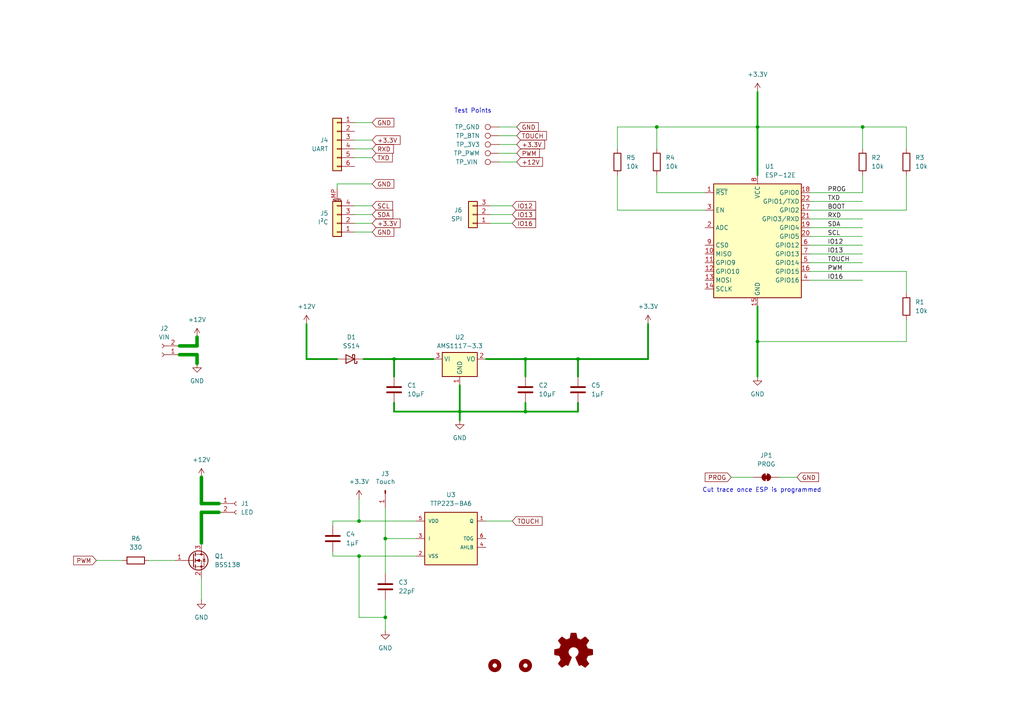
<source format=kicad_sch>
(kicad_sch (version 20250114) (generator "eeschema") (generator_version "9.0")
  (paper "A4")
  (lib_symbols
    (symbol "Connector:Conn_01x01_Pin" (pin_names (offset 1.016) (hide yes))
      (property "Reference" "J" (at 0 2.54 0))
      (property "Value" "Conn_01x01_Pin" (at 0 -2.54 0))
      (symbol "Conn_01x01_Pin_1_1"
        (rectangle (start 0.8636 0.127) (end 0 -0.127) (stroke (width 0.1524)) (fill (type outline)))
        (polyline (pts (xy 1.27 0) (xy 0.8636 0)) (stroke (width 0.1524)))
        (pin passive line (at 5.08 0 180) (length 3.81) (name "Pin_1") (number "1"))
      )
    )
    (symbol "Connector:Conn_01x02_Socket" (pin_names (offset 1.016) (hide yes))
      (property "Reference" "J" (at 0 2.54 0))
      (property "Value" "Conn_01x02_Socket" (at 0 -5.08 0))
      (symbol "Conn_01x02_Socket_1_1"
        (polyline (pts (xy -1.27 0) (xy -0.508 0)) (stroke (width 0.1524)))
        (polyline (pts (xy -1.27 -2.54) (xy -0.508 -2.54)) (stroke (width 0.1524)))
        (arc (start 0 -0.508) (mid -0.5058 0) (end 0 0.508) (stroke (width 0.1524)))
        (arc (start 0 -3.048) (mid -0.5058 -2.54) (end 0 -2.032) (stroke (width 0.1524)))
        (pin passive line (at -5.08 0 0) (length 3.81) (name "Pin_1") (number "1"))
        (pin passive line (at -5.08 -2.54 0) (length 3.81) (name "Pin_2") (number "2"))
      )
    )
    (symbol "Connector:TestPoint" (pin_numbers (hide yes)) (pin_names (offset 0.762) (hide yes))
      (property "Reference" "TP" (at 0 6.858 0))
      (property "Value" "TestPoint" (at 0 5.08 0))
      (symbol "TestPoint_0_1"
        (circle (center 0 3.302) (radius 0.762))
      )
      (symbol "TestPoint_1_1"
        (pin passive line (at 0 0 90) (length 2.54) (name "1") (number "1"))
      )
    )
    (symbol "Connector_Generic:Conn_01x03" (pin_names (offset 1.016) (hide yes))
      (property "Reference" "J" (at 0 5.08 0))
      (property "Value" "Conn_01x03" (at 0 -5.08 0))
      (symbol "Conn_01x03_1_1"
        (rectangle (start -1.27 3.81) (end 1.27 -3.81) (stroke (width 0.254)) (fill (type background)))
        (rectangle (start -1.27 2.667) (end 0 2.413) (stroke (width 0.1524)))
        (rectangle (start -1.27 0.127) (end 0 -0.127) (stroke (width 0.1524)))
        (rectangle (start -1.27 -2.413) (end 0 -2.667) (stroke (width 0.1524)))
        (pin passive line (at -5.08 2.54 0) (length 3.81) (name "Pin_1") (number "1"))
        (pin passive line (at -5.08 0 0) (length 3.81) (name "Pin_2") (number "2"))
        (pin passive line (at -5.08 -2.54 0) (length 3.81) (name "Pin_3") (number "3"))
      )
    )
    (symbol "Connector_Generic:Conn_01x06" (pin_names (offset 1.016) (hide yes))
      (property "Reference" "J" (at 0 7.62 0))
      (property "Value" "Conn_01x06" (at 0 -10.16 0))
      (symbol "Conn_01x06_1_1"
        (rectangle (start -1.27 6.35) (end 1.27 -8.89) (stroke (width 0.254)) (fill (type background)))
        (rectangle (start -1.27 5.207) (end 0 4.953) (stroke (width 0.1524)))
        (rectangle (start -1.27 2.667) (end 0 2.413) (stroke (width 0.1524)))
        (rectangle (start -1.27 0.127) (end 0 -0.127) (stroke (width 0.1524)))
        (rectangle (start -1.27 -2.413) (end 0 -2.667) (stroke (width 0.1524)))
        (rectangle (start -1.27 -4.953) (end 0 -5.207) (stroke (width 0.1524)))
        (rectangle (start -1.27 -7.493) (end 0 -7.747) (stroke (width 0.1524)))
        (pin passive line (at -5.08 5.08 0) (length 3.81) (name "Pin_1") (number "1"))
        (pin passive line (at -5.08 2.54 0) (length 3.81) (name "Pin_2") (number "2"))
        (pin passive line (at -5.08 0 0) (length 3.81) (name "Pin_3") (number "3"))
        (pin passive line (at -5.08 -2.54 0) (length 3.81) (name "Pin_4") (number "4"))
        (pin passive line (at -5.08 -5.08 0) (length 3.81) (name "Pin_5") (number "5"))
        (pin passive line (at -5.08 -7.62 0) (length 3.81) (name "Pin_6") (number "6"))
      )
    )
    (symbol "Connector_Generic_MountingPin:Conn_01x04_MountingPin" (pin_names (offset 1.016) (hide yes))
      (property "Reference" "J" (at 0 5.08 0))
      (property "Value" "Conn_01x04_MountingPin" (at 1.27 -7.62 0))
      (symbol "Conn_01x04_MountingPin_1_1"
        (rectangle (start -1.27 3.81) (end 1.27 -6.35) (stroke (width 0.254)) (fill (type background)))
        (rectangle (start -1.27 2.667) (end 0 2.413) (stroke (width 0.1524)))
        (rectangle (start -1.27 0.127) (end 0 -0.127) (stroke (width 0.1524)))
        (rectangle (start -1.27 -2.413) (end 0 -2.667) (stroke (width 0.1524)))
        (rectangle (start -1.27 -4.953) (end 0 -5.207) (stroke (width 0.1524)))
        (polyline (pts (xy -1.016 -7.112) (xy 1.016 -7.112)) (stroke (width 0.1524)))
        (text "Mounting" (at 0 -6.731 0) (effects (font (size 0.381 0.381))))
        (pin passive line (at -5.08 2.54 0) (length 3.81) (name "Pin_1") (number "1"))
        (pin passive line (at -5.08 0 0) (length 3.81) (name "Pin_2") (number "2"))
        (pin passive line (at -5.08 -2.54 0) (length 3.81) (name "Pin_3") (number "3"))
        (pin passive line (at -5.08 -5.08 0) (length 3.81) (name "Pin_4") (number "4"))
        (pin passive line (at 0 -10.16 90) (length 3.048) (name "MountPin") (number "MP"))
      )
    )
    (symbol "Device:C" (pin_numbers (hide yes)) (pin_names (offset 0.254))
      (property "Reference" "C" (at 0.635 2.54 0))
      (property "Value" "C" (at 0.635 -2.54 0))
      (symbol "C_0_1"
        (polyline (pts (xy -2.032 0.762) (xy 2.032 0.762)) (stroke (width 0.508)))
        (polyline (pts (xy -2.032 -0.762) (xy 2.032 -0.762)) (stroke (width 0.508)))
      )
      (symbol "C_1_1"
        (pin passive line (at 0 3.81 270) (length 2.794) (name "~") (number "1"))
        (pin passive line (at 0 -3.81 90) (length 2.794) (name "~") (number "2"))
      )
    )
    (symbol "Device:R" (pin_numbers (hide yes)) (pin_names (offset 0))
      (property "Reference" "R" (at 2.032 0 90))
      (property "Value" "R" (at 0 0 90))
      (symbol "R_0_1"
        (rectangle (start -1.016 -2.54) (end 1.016 2.54) (stroke (width 0.254)))
      )
      (symbol "R_1_1"
        (pin passive line (at 0 3.81 270) (length 1.27) (name "~") (number "1"))
        (pin passive line (at 0 -3.81 90) (length 1.27) (name "~") (number "2"))
      )
    )
    (symbol "Diode:SS14" (pin_numbers (hide yes)) (pin_names (offset 1.016) (hide yes))
      (property "Reference" "D" (at 0 2.54 0))
      (property "Value" "SS14" (at 0 -2.54 0))
      (symbol "SS14_0_1"
        (polyline (pts (xy -1.905 0.635) (xy -1.905 1.27) (xy -1.27 1.27) (xy -1.27 -1.27) (xy -0.635 -1.27) (xy -0.635 -0.635)) (stroke (width 0.254)))
        (polyline (pts (xy 1.27 1.27) (xy 1.27 -1.27) (xy -1.27 0) (xy 1.27 1.27)) (stroke (width 0.254)))
        (polyline (pts (xy 1.27 0) (xy -1.27 0)))
      )
      (symbol "SS14_1_1"
        (pin passive line (at -3.81 0 0) (length 2.54) (name "K") (number "1"))
        (pin passive line (at 3.81 0 180) (length 2.54) (name "A") (number "2"))
      )
    )
    (symbol "Graphic:Logo_Open_Hardware_Small" (in_bom no) (on_board no)
      (symbol "Logo_Open_Hardware_Small_0_1"
        (polyline (pts (xy 3.3528 -4.3434) (xy 3.302 -4.318) (xy 3.175 -4.2418) (xy 2.9972 -4.1148) (xy 2.7686 -3.9624) (xy 2.54 -3.81) (xy 2.3622 -3.7084) (xy 2.2352 -3.6068) (xy 2.1844 -3.5814) (xy 2.159 -3.6068) (xy 2.0574 -3.6576) (xy 1.905 -3.7338) (xy 1.8034 -3.7846) (xy 1.6764 -3.8354) (xy 1.6002 -3.8354) (xy 1.6002 -3.8354) (xy 1.5494 -3.7338) (xy 1.4732 -3.5306) (xy 1.3462 -3.302) (xy 1.2446 -3.0226) (xy 1.1176 -2.7178) (xy 0.9652 -2.413) (xy 0.8636 -2.1082) (xy 0.7366 -1.8288) (xy 0.6604 -1.6256) (xy 0.6096 -1.4732) (xy 0.5842 -1.397) (xy 0.5842 -1.397) (xy 0.6604 -1.3208) (xy 0.7874 -1.2446) (xy 1.0414 -1.016) (xy 1.2954 -0.6858) (xy 1.4478 -0.3302) (xy 1.524 0.0762) (xy 1.4732 0.4572) (xy 1.3208 0.8128) (xy 1.0668 1.143) (xy 0.762 1.3716) (xy 0.4064 1.524) (xy 0 1.5748) (xy -0.381 1.5494) (xy -0.7366 1.397) (xy -1.0668 1.143) (xy -1.2192 0.9906) (xy -1.397 0.6604) (xy -1.524 0.3048) (xy -1.524 0.2286) (xy -1.4986 -0.1778) (xy -1.397 -0.5334) (xy -1.1938 -0.8636) (xy -0.9144 -1.143) (xy -0.8636 -1.1684) (xy -0.7366 -1.27) (xy -0.635 -1.3462) (xy -0.5842 -1.397) (xy -1.0668 -2.5908) (xy -1.143 -2.794) (xy -1.2954 -3.1242) (xy -1.397 -3.4036) (xy -1.4986 -3.6322) (xy -1.5748 -3.7846) (xy -1.6002 -3.8354) (xy -1.6002 -3.8354) (xy -1.651 -3.8354) (xy -1.7272 -3.81) (xy -1.905 -3.7338) (xy -2.0066 -3.683) (xy -2.1336 -3.6068) (xy -2.2098 -3.5814) (xy -2.2606 -3.6068) (xy -2.3622 -3.683) (xy -2.54 -3.81) (xy -2.7686 -3.9624) (xy -2.9718 -4.0894) (xy -3.1496 -4.2164) (xy -3.302 -4.318) (xy -3.3528 -4.3434) (xy -3.3782 -4.3434) (xy -3.429 -4.318) (xy -3.5306 -4.2164) (xy -3.7084 -4.064) (xy -3.937 -3.8354) (xy -3.9624 -3.81) (xy -4.1656 -3.6068) (xy -4.318 -3.4544) (xy -4.4196 -3.3274) (xy -4.445 -3.2766) (xy -4.445 -3.2766) (xy -4.4196 -3.2258) (xy -4.318 -3.0734) (xy -4.2164 -2.8956) (xy -4.064 -2.667) (xy -3.6576 -2.0828) (xy -3.8862 -1.5494) (xy -3.937 -1.3716) (xy -4.0386 -1.1684) (xy -4.0894 -1.0414) (xy -4.1148 -0.9652) (xy -4.191 -0.9398) (xy -4.318 -0.9144) (xy -4.5466 -0.8636) (xy -4.8006 -0.8128) (xy -5.0546 -0.7874) (xy -5.2578 -0.7366) (xy -5.4356 -0.7112) (xy -5.5118 -0.6858) (xy -5.5118 -0.6858) (xy -5.5372 -0.635) (xy -5.5372 -0.5588) (xy -5.5372 -0.4318) (xy -5.5626 -0.2286) (xy -5.5626 0.0762) (xy -5.5626 0.127) (xy -5.5372 0.4064) (xy -5.5372 0.635) (xy -5.5372 0.762) (xy -5.5372 0.8382) (xy -5.5372 0.8382) (xy -5.461 0.8382) (xy -5.3086 0.889) (xy -5.08 0.9144) (xy -4.826 0.9652) (xy -4.8006 0.9906) (xy -4.5466 1.0414) (xy -4.318 1.0668) (xy -4.1656 1.1176) (xy -4.0894 1.143) (xy -4.0894 1.143) (xy -4.0386 1.2446) (xy -3.9624 1.4224) (xy -3.8608 1.6256) (xy -3.7846 1.8288) (xy -3.7084 2.0066) (xy -3.6576 2.159) (xy -3.6322 2.2098) (xy -3.6322 2.2098) (xy -3.683 2.286) (xy -3.7592 2.413) (xy -3.8862 2.5908) (xy -4.064 2.8194) (xy -4.064 2.8448) (xy -4.2164 3.0734) (xy -4.3434 3.2512) (xy -4.4196 3.3782) (xy -4.445 3.4544) (xy -4.445 3.4544) (xy -4.3942 3.5052) (xy -4.2926 3.6322) (xy -4.1148 3.81) (xy -3.937 4.0132) (xy -3.8608 4.064) (xy -3.6576 4.2926) (xy -3.5052 4.4196) (xy -3.4036 4.4958) (xy -3.3528 4.5212) (xy -3.3528 4.5212) (xy -3.302 4.4704) (xy -3.1496 4.3688) (xy -2.9718 4.2418) (xy -2.7432 4.0894) (xy -2.7178 4.0894) (xy -2.4892 3.937) (xy -2.3114 3.81) (xy -2.1844 3.7084) (xy -2.1336 3.683) (xy -2.1082 3.683) (xy -2.032 3.7084) (xy -1.8542 3.7592) (xy -1.6764 3.8354) (xy -1.4732 3.937) (xy -1.27 4.0132) (xy -1.143 4.064) (xy -1.0668 4.1148) (xy -1.0668 4.1148) (xy -1.0414 4.191) (xy -1.016 4.3434) (xy -0.9652 4.572) (xy -0.9144 4.8514) (xy -0.889 4.9022) (xy -0.8382 5.1562) (xy -0.8128 5.3848) (xy -0.7874 5.5372) (xy -0.762 5.588) (xy -0.7112 5.6134) (xy -0.5842 5.6134) (xy -0.4064 5.6134) (xy -0.1524 5.6134) (xy 0.0762 5.6134) (xy 0.3302 5.6134) (xy 0.5334 5.6134) (xy 0.6858 5.588) (xy 0.7366 5.588) (xy 0.7366 5.588) (xy 0.762 5.5118) (xy 0.8128 5.334) (xy 0.8382 5.1054) (xy 0.9144 4.826) (xy 0.9144 4.7752) (xy 0.9652 4.5212) (xy 1.016 4.2926) (xy 1.0414 4.1402) (xy 1.0668 4.0894) (xy 1.0668 4.0894) (xy 1.1938 4.0386) (xy 1.3716 3.9624) (xy 1.5748 3.8608) (xy 2.0828 3.6576) (xy 2.7178 4.0894) (xy 2.7686 4.1402) (xy 2.9972 4.2926) (xy 3.175 4.4196) (xy 3.302 4.4958) (xy 3.3782 4.5212) (xy 3.3782 4.5212) (xy 3.429 4.4704) (xy 3.556 4.3434) (xy 3.7338 4.191) (xy 3.9116 3.9878) (xy 4.064 3.8354) (xy 4.2418 3.6576) (xy 4.3434 3.556) (xy 4.4196 3.4798) (xy 4.4196 3.429) (xy 4.4196 3.4036) (xy 4.3942 3.3274) (xy 4.2926 3.2004) (xy 4.1656 2.9972) (xy 4.0132 2.794) (xy 3.8862 2.5908) (xy 3.7592 2.3876) (xy 3.6576 2.2352) (xy 3.6322 2.159) (xy 3.6322 2.1336) (xy 3.683 2.0066) (xy 3.7592 1.8288) (xy 3.8608 1.6002) (xy 4.064 1.1176) (xy 4.3942 1.0414) (xy 4.5974 1.016) (xy 4.8768 0.9652) (xy 5.1308 0.9144) (xy 5.5372 0.8382) (xy 5.5626 -0.6604) (xy 5.4864 -0.6858) (xy 5.4356 -0.6858) (xy 5.2832 -0.7366) (xy 5.0546 -0.762) (xy 4.8006 -0.8128) (xy 4.5974 -0.8636) (xy 4.3688 -0.9144) (xy 4.2164 -0.9398) (xy 4.1402 -0.9398) (xy 4.1148 -0.9652) (xy 4.064 -1.0668) (xy 3.9878 -1.2446) (xy 3.9116 -1.4478) (xy 3.81 -1.651) (xy 3.7338 -1.8542) (xy 3.683 -2.0066) (xy 3.6576 -2.0828) (xy 3.683 -2.1336) (xy 3.7846 -2.2606) (xy 3.8862 -2.4638) (xy 4.0386 -2.667) (xy 4.191 -2.8956) (xy 4.318 -3.0734) (xy 4.3942 -3.2004) (xy 4.445 -3.2766) (xy 4.4196 -3.3274) (xy 4.3434 -3.429) (xy 4.1656 -3.5814) (xy 3.937 -3.8354) (xy 3.8862 -3.8608) (xy 3.683 -4.064) (xy 3.5306 -4.2164) (xy 3.4036 -4.318) (xy 3.3528 -4.3434)) (fill (type outline)))
      )
    )
    (symbol "Jumper:SolderJumper_2_Bridged" (pin_numbers (hide yes)) (pin_names (offset 0) (hide yes)) (in_bom no)
      (property "Reference" "JP" (at 0 2.032 0))
      (property "Value" "SolderJumper_2_Bridged" (at 0 -2.54 0))
      (symbol "SolderJumper_2_Bridged_0_1"
        (rectangle (start -0.508 0.508) (end 0.508 -0.508) (fill (type outline)))
        (polyline (pts (xy -0.254 1.016) (xy -0.254 -1.016)))
        (arc (start -0.254 -1.016) (mid -1.2656 0) (end -0.254 1.016))
        (arc (start -0.254 -1.016) (mid -1.2656 0) (end -0.254 1.016) (fill (type outline)))
        (arc (start 0.254 1.016) (mid 1.2656 0) (end 0.254 -1.016))
        (arc (start 0.254 1.016) (mid 1.2656 0) (end 0.254 -1.016) (fill (type outline)))
        (polyline (pts (xy 0.254 1.016) (xy 0.254 -1.016)))
      )
      (symbol "SolderJumper_2_Bridged_1_1"
        (pin passive line (at -3.81 0 0) (length 2.54) (name "A") (number "1"))
        (pin passive line (at 3.81 0 180) (length 2.54) (name "B") (number "2"))
      )
    )
    (symbol "Mechanical:MountingHole" (pin_names (offset 1.016)) (in_bom no)
      (property "Reference" "H" (at 0 5.08 0))
      (property "Value" "MountingHole" (at 0 3.175 0))
      (symbol "MountingHole_0_1"
        (circle (center 0 0) (radius 1.27) (stroke (width 1.27)))
      )
    )
    (symbol "RF_Module:ESP-12E"
      (property "Reference" "U" (at -12.7 19.05 0))
      (property "Value" "ESP-12E" (at 12.7 19.05 0))
      (symbol "ESP-12E_0_1"
        (rectangle (start -12.7 17.78) (end 12.7 -15.24) (stroke (width 0.254)) (fill (type background)))
      )
      (symbol "ESP-12E_1_1"
        (pin input line (at -15.24 15.24 0) (length 2.54) (name "~{RST}") (number "1"))
        (pin input line (at -15.24 10.16 0) (length 2.54) (name "EN") (number "3"))
        (pin input line (at -15.24 5.08 0) (length 2.54) (name "ADC") (number "2"))
        (pin input line (at -15.24 0 0) (length 2.54) (name "CS0") (number "9"))
        (pin bidirectional line (at -15.24 -2.54 0) (length 2.54) (name "MISO") (number "10"))
        (pin bidirectional line (at -15.24 -5.08 0) (length 2.54) (name "GPIO9") (number "11"))
        (pin bidirectional line (at -15.24 -7.62 0) (length 2.54) (name "GPIO10") (number "12"))
        (pin bidirectional line (at -15.24 -10.16 0) (length 2.54) (name "MOSI") (number "13"))
        (pin bidirectional line (at -15.24 -12.7 0) (length 2.54) (name "SCLK") (number "14"))
        (pin power_in line (at 0 20.32 270) (length 2.54) (name "VCC") (number "8"))
        (pin power_in line (at 0 -17.78 90) (length 2.54) (name "GND") (number "15"))
        (pin bidirectional line (at 15.24 15.24 180) (length 2.54) (name "GPIO0") (number "18"))
        (pin bidirectional line (at 15.24 12.7 180) (length 2.54) (name "GPIO1/TXD") (number "22"))
        (pin bidirectional line (at 15.24 10.16 180) (length 2.54) (name "GPIO2") (number "17"))
        (pin bidirectional line (at 15.24 7.62 180) (length 2.54) (name "GPIO3/RXD") (number "21"))
        (pin bidirectional line (at 15.24 5.08 180) (length 2.54) (name "GPIO4") (number "19"))
        (pin bidirectional line (at 15.24 2.54 180) (length 2.54) (name "GPIO5") (number "20"))
        (pin bidirectional line (at 15.24 0 180) (length 2.54) (name "GPIO12") (number "6"))
        (pin bidirectional line (at 15.24 -2.54 180) (length 2.54) (name "GPIO13") (number "7"))
        (pin bidirectional line (at 15.24 -5.08 180) (length 2.54) (name "GPIO14") (number "5"))
        (pin bidirectional line (at 15.24 -7.62 180) (length 2.54) (name "GPIO15") (number "16"))
        (pin bidirectional line (at 15.24 -10.16 180) (length 2.54) (name "GPIO16") (number "4"))
      )
    )
    (symbol "Regulator_Linear:AMS1117-3.3"
      (property "Reference" "U" (at -3.81 3.175 0))
      (property "Value" "AMS1117-3.3" (at 0 3.175 0))
      (symbol "AMS1117-3.3_0_1"
        (rectangle (start -5.08 -5.08) (end 5.08 1.905) (stroke (width 0.254)) (fill (type background)))
      )
      (symbol "AMS1117-3.3_1_1"
        (pin power_in line (at -7.62 0 0) (length 2.54) (name "VI") (number "3"))
        (pin power_in line (at 0 -7.62 90) (length 2.54) (name "GND") (number "1"))
        (pin power_out line (at 7.62 0 180) (length 2.54) (name "VO") (number "2"))
      )
    )
    (symbol "TTP223-BA6:TTP223-BA6" (pin_names (offset 1.016))
      (property "Reference" "U" (at -7.62 8.128 0))
      (property "Value" "TTP223-BA6" (at -7.62 -9.906 0))
      (symbol "TTP223-BA6_0_0"
        (rectangle (start -7.62 -7.62) (end 7.62 7.62) (stroke (width 0.254)) (fill (type background)))
        (pin power_in line (at -10.16 5.08 0) (length 2.54) (name "VDD") (number "5"))
        (pin bidirectional line (at -10.16 0 0) (length 2.54) (name "I") (number "3"))
        (pin power_in line (at -10.16 -5.08 0) (length 2.54) (name "VSS") (number "2"))
        (pin output line (at 10.16 5.08 180) (length 2.54) (name "Q") (number "1"))
        (pin input line (at 10.16 0 180) (length 2.54) (name "TOG") (number "6"))
        (pin input line (at 10.16 -2.54 180) (length 2.54) (name "AHLB") (number "4"))
      )
    )
    (symbol "Transistor_FET:BSS138" (pin_names (offset 0) (hide yes))
      (property "Reference" "Q" (at 5.08 1.905 0))
      (property "Value" "BSS138" (at 5.08 0 0))
      (symbol "BSS138_0_1"
        (polyline (pts (xy 0.254 1.905) (xy 0.254 -1.905)) (stroke (width 0.254)))
        (polyline (pts (xy 0.254 0) (xy -2.54 0)))
        (polyline (pts (xy 0.762 2.286) (xy 0.762 1.27)) (stroke (width 0.254)))
        (polyline (pts (xy 0.762 0.508) (xy 0.762 -0.508)) (stroke (width 0.254)))
        (polyline (pts (xy 0.762 -1.27) (xy 0.762 -2.286)) (stroke (width 0.254)))
        (polyline (pts (xy 0.762 -1.778) (xy 3.302 -1.778) (xy 3.302 1.778) (xy 0.762 1.778)))
        (polyline (pts (xy 1.016 0) (xy 2.032 0.381) (xy 2.032 -0.381) (xy 1.016 0)) (fill (type outline)))
        (circle (center 1.651 0) (radius 2.794) (stroke (width 0.254)))
        (polyline (pts (xy 2.54 2.54) (xy 2.54 1.778)))
        (circle (center 2.54 1.778) (radius 0.254) (fill (type outline)))
        (circle (center 2.54 -1.778) (radius 0.254) (fill (type outline)))
        (polyline (pts (xy 2.54 -2.54) (xy 2.54 0) (xy 0.762 0)))
        (polyline (pts (xy 2.921 0.381) (xy 3.683 0.381)))
        (polyline (pts (xy 3.302 0.381) (xy 2.921 -0.254) (xy 3.683 -0.254) (xy 3.302 0.381)))
      )
      (symbol "BSS138_1_1"
        (pin input line (at -5.08 0 0) (length 2.54) (name "G") (number "1"))
        (pin passive line (at 2.54 5.08 270) (length 2.54) (name "D") (number "3"))
        (pin passive line (at 2.54 -5.08 90) (length 2.54) (name "S") (number "2"))
      )
    )
    (symbol "power:+12V" (power) (pin_numbers (hide yes)) (pin_names (offset 0) (hide yes))
      (property "Value" "+12V" (at 0 3.556 0))
      (symbol "+12V_0_1"
        (polyline (pts (xy -0.762 1.27) (xy 0 2.54)))
        (polyline (pts (xy 0 2.54) (xy 0.762 1.27)))
        (polyline (pts (xy 0 0) (xy 0 2.54)))
      )
      (symbol "+12V_1_1"
        (pin power_in line (at 0 0 90) (length 0) (name "~") (number "1"))
      )
    )
    (symbol "power:+3.3V" (power) (pin_numbers (hide yes)) (pin_names (offset 0) (hide yes))
      (property "Value" "+3.3V" (at 0 3.556 0))
      (symbol "+3.3V_0_1"
        (polyline (pts (xy -0.762 1.27) (xy 0 2.54)))
        (polyline (pts (xy 0 2.54) (xy 0.762 1.27)))
        (polyline (pts (xy 0 0) (xy 0 2.54)))
      )
      (symbol "+3.3V_1_1"
        (pin power_in line (at 0 0 90) (length 0) (name "~") (number "1"))
      )
    )
    (symbol "power:GND" (power) (pin_numbers (hide yes)) (pin_names (offset 0) (hide yes))
      (property "Value" "GND" (at 0 -3.81 0))
      (symbol "GND_0_1"
        (polyline (pts (xy 0 0) (xy 0 -1.27) (xy 1.27 -1.27) (xy 0 -2.54) (xy -1.27 -1.27) (xy 0 -1.27)))
      )
      (symbol "GND_1_1"
        (pin power_in line (at 0 0 270) (length 0) (name "~") (number "1"))
      )
    )
  )
  (text "Cut trace once ESP is programmed" (at 220.98 142.24 0) (effects (font (size 1.27 1.27))))
  (text "Test Points" (at 137.16 32.258 0) (effects (font (size 1.27 1.27))))
  (junction (at 133.35 119.38))
  (junction (at 152.4 104.14))
  (junction (at 167.64 104.14))
  (junction (at 114.3 104.14))
  (junction (at 111.76 156.21))
  (junction (at 219.71 36.83))
  (junction (at 104.14 151.13))
  (junction (at 152.4 119.38))
  (junction (at 250.19 36.83))
  (junction (at 111.76 179.07))
  (junction (at 190.5 36.83))
  (junction (at 219.71 99.06))
  (junction (at 104.14 161.29))
  (wire (pts (xy 140.97 151.13) (xy 148.59 151.13)))
  (wire (pts (xy 144.78 39.37) (xy 149.86 39.37)))
  (wire (pts (xy 111.76 156.21) (xy 120.65 156.21)))
  (wire (pts (xy 167.64 104.14) (xy 167.64 109.22)) (stroke (width 0.508)))
  (wire (pts (xy 104.14 144.78) (xy 104.14 151.13)))
  (wire (pts (xy 57.15 100.33) (xy 57.15 97.79)) (stroke (width 1.016)))
  (wire (pts (xy 102.87 43.18) (xy 107.95 43.18)))
  (wire (pts (xy 234.95 60.96) (xy 262.89 60.96)))
  (wire (pts (xy 167.64 119.38) (xy 167.64 116.84)) (stroke (width 0.508)))
  (wire (pts (xy 212.09 138.43) (xy 218.44 138.43)))
  (wire (pts (xy 234.95 66.04) (xy 250.19 66.04)))
  (wire (pts (xy 187.96 93.98) (xy 187.96 104.14)) (stroke (width 0.508)))
  (wire (pts (xy 52.07 102.87) (xy 57.15 102.87)) (stroke (width 1.016)))
  (wire (pts (xy 234.95 55.88) (xy 250.19 55.88)))
  (wire (pts (xy 234.95 81.28) (xy 250.19 81.28)))
  (wire (pts (xy 97.79 54.61) (xy 97.79 53.34)))
  (wire (pts (xy 102.87 64.77) (xy 107.95 64.77)))
  (wire (pts (xy 114.3 116.84) (xy 114.3 119.38)) (stroke (width 0.508)))
  (wire (pts (xy 104.14 161.29) (xy 120.65 161.29)))
  (wire (pts (xy 96.52 152.4) (xy 96.52 151.13)))
  (wire (pts (xy 144.78 44.45) (xy 149.86 44.45)))
  (wire (pts (xy 190.5 36.83) (xy 219.71 36.83)))
  (wire (pts (xy 111.76 147.32) (xy 111.76 156.21)))
  (wire (pts (xy 234.95 78.74) (xy 262.89 78.74)))
  (wire (pts (xy 262.89 43.18) (xy 262.89 36.83)))
  (wire (pts (xy 219.71 36.83) (xy 219.71 50.8)) (stroke (width 0.508)))
  (wire (pts (xy 234.95 76.2) (xy 250.19 76.2)))
  (wire (pts (xy 114.3 104.14) (xy 114.3 109.22)) (stroke (width 0.508)))
  (wire (pts (xy 152.4 116.84) (xy 152.4 119.38)) (stroke (width 0.508)))
  (wire (pts (xy 152.4 104.14) (xy 167.64 104.14)) (stroke (width 0.508)))
  (wire (pts (xy 250.19 55.88) (xy 250.19 50.8)))
  (wire (pts (xy 114.3 104.14) (xy 125.73 104.14)) (stroke (width 0.508)))
  (wire (pts (xy 219.71 99.06) (xy 219.71 88.9)) (stroke (width 0.508)))
  (wire (pts (xy 111.76 156.21) (xy 111.76 166.37)))
  (wire (pts (xy 144.78 41.91) (xy 149.86 41.91)))
  (wire (pts (xy 88.9 93.98) (xy 88.9 104.14)) (stroke (width 0.508)))
  (wire (pts (xy 144.78 46.99) (xy 149.86 46.99)))
  (wire (pts (xy 97.79 53.34) (xy 107.95 53.34)))
  (wire (pts (xy 52.07 100.33) (xy 57.15 100.33)) (stroke (width 1.016)))
  (wire (pts (xy 262.89 60.96) (xy 262.89 50.8)))
  (wire (pts (xy 152.4 119.38) (xy 167.64 119.38)) (stroke (width 0.508)))
  (wire (pts (xy 58.42 146.05) (xy 63.5 146.05)) (stroke (width 1.016)))
  (wire (pts (xy 102.87 67.31) (xy 107.95 67.31)))
  (wire (pts (xy 179.07 36.83) (xy 190.5 36.83)))
  (wire (pts (xy 133.35 119.38) (xy 133.35 121.92)) (stroke (width 0.508)))
  (wire (pts (xy 140.97 104.14) (xy 152.4 104.14)) (stroke (width 0.508)))
  (wire (pts (xy 234.95 71.12) (xy 250.19 71.12)))
  (wire (pts (xy 152.4 119.38) (xy 133.35 119.38)) (stroke (width 0.508)))
  (wire (pts (xy 58.42 148.59) (xy 63.5 148.59)) (stroke (width 1.016)))
  (wire (pts (xy 102.87 40.64) (xy 107.95 40.64)))
  (wire (pts (xy 219.71 99.06) (xy 219.71 109.22)) (stroke (width 0.508)))
  (wire (pts (xy 142.24 64.77) (xy 148.59 64.77)))
  (wire (pts (xy 142.24 62.23) (xy 148.59 62.23)))
  (wire (pts (xy 190.5 43.18) (xy 190.5 36.83)))
  (wire (pts (xy 43.18 162.56) (xy 50.8 162.56)))
  (wire (pts (xy 58.42 138.43) (xy 58.42 146.05)) (stroke (width 1.016)))
  (wire (pts (xy 111.76 173.99) (xy 111.76 179.07)))
  (wire (pts (xy 104.14 161.29) (xy 96.52 161.29)))
  (wire (pts (xy 179.07 60.96) (xy 179.07 50.8)))
  (wire (pts (xy 219.71 99.06) (xy 262.89 99.06)))
  (wire (pts (xy 111.76 179.07) (xy 111.76 182.88)))
  (wire (pts (xy 104.14 151.13) (xy 120.65 151.13)))
  (wire (pts (xy 219.71 26.67) (xy 219.71 36.83)) (stroke (width 0.508)))
  (wire (pts (xy 204.47 55.88) (xy 190.5 55.88)))
  (wire (pts (xy 262.89 78.74) (xy 262.89 85.09)))
  (wire (pts (xy 102.87 35.56) (xy 107.95 35.56)))
  (wire (pts (xy 234.95 58.42) (xy 250.19 58.42)))
  (wire (pts (xy 262.89 36.83) (xy 250.19 36.83)))
  (wire (pts (xy 179.07 43.18) (xy 179.07 36.83)))
  (wire (pts (xy 57.15 102.87) (xy 57.15 105.41)) (stroke (width 1.016)))
  (wire (pts (xy 58.42 167.64) (xy 58.42 173.99)))
  (wire (pts (xy 96.52 151.13) (xy 104.14 151.13)))
  (wire (pts (xy 142.24 59.69) (xy 148.59 59.69)))
  (wire (pts (xy 105.41 104.14) (xy 114.3 104.14)) (stroke (width 0.508)))
  (wire (pts (xy 114.3 119.38) (xy 133.35 119.38)) (stroke (width 0.508)))
  (wire (pts (xy 152.4 104.14) (xy 152.4 109.22)) (stroke (width 0.508)))
  (wire (pts (xy 102.87 62.23) (xy 107.95 62.23)))
  (wire (pts (xy 250.19 43.18) (xy 250.19 36.83)))
  (wire (pts (xy 133.35 111.76) (xy 133.35 119.38)) (stroke (width 0.508)))
  (wire (pts (xy 58.42 157.48) (xy 58.42 148.59)) (stroke (width 1.016)))
  (wire (pts (xy 104.14 161.29) (xy 104.14 179.07)))
  (wire (pts (xy 262.89 92.71) (xy 262.89 99.06)))
  (wire (pts (xy 104.14 179.07) (xy 111.76 179.07)))
  (wire (pts (xy 234.95 68.58) (xy 250.19 68.58)))
  (wire (pts (xy 226.06 138.43) (xy 231.14 138.43)))
  (wire (pts (xy 96.52 161.29) (xy 96.52 160.02)))
  (wire (pts (xy 27.94 162.56) (xy 35.56 162.56)))
  (wire (pts (xy 204.47 60.96) (xy 179.07 60.96)))
  (wire (pts (xy 102.87 59.69) (xy 107.95 59.69)))
  (wire (pts (xy 102.87 45.72) (xy 107.95 45.72)))
  (wire (pts (xy 167.64 104.14) (xy 187.96 104.14)) (stroke (width 0.508)))
  (wire (pts (xy 234.95 63.5) (xy 250.19 63.5)))
  (wire (pts (xy 144.78 36.83) (xy 149.86 36.83)))
  (wire (pts (xy 250.19 36.83) (xy 219.71 36.83)))
  (wire (pts (xy 88.9 104.14) (xy 97.79 104.14)) (stroke (width 0.508)))
  (wire (pts (xy 234.95 73.66) (xy 250.19 73.66)))
  (wire (pts (xy 190.5 55.88) (xy 190.5 50.8)))
  (label "BOOT" (at 240.03 60.96 0))
  (label "SCL" (at 240.03 68.58 0))
  (label "PROG" (at 240.03 55.88 0))
  (label "TOUCH" (at 240.03 76.2 0))
  (label "TXD" (at 240.03 58.42 0))
  (label "SDA" (at 240.03 66.04 0))
  (label "IO16" (at 240.03 81.28 0))
  (label "IO13" (at 240.03 73.66 0))
  (label "PWM" (at 240.03 78.74 0))
  (label "IO12" (at 240.03 71.12 0))
  (label "RXD" (at 240.03 63.5 0))
  (global_label "SCL" (shape input) (at 107.95 59.69 0) (property "Intersheetrefs" "${INTERSHEET_REFS}" (effects (hide yes))))
  (global_label "+3.3V" (shape input) (at 107.95 64.77 0) (property "Intersheetrefs" "${INTERSHEET_REFS}" (effects (hide yes))))
  (global_label "GND" (shape input) (at 107.95 35.56 0) (property "Intersheetrefs" "${INTERSHEET_REFS}" (effects (hide yes))))
  (global_label "GND" (shape input) (at 107.95 67.31 0) (property "Intersheetrefs" "${INTERSHEET_REFS}" (effects (hide yes))))
  (global_label "IO13" (shape input) (at 148.59 62.23 0) (property "Intersheetrefs" "${INTERSHEET_REFS}" (effects (hide yes))))
  (global_label "+3.3V" (shape input) (at 149.86 41.91 0) (property "Intersheetrefs" "${INTERSHEET_REFS}" (effects (hide yes))))
  (global_label "GND" (shape input) (at 149.86 36.83 0) (property "Intersheetrefs" "${INTERSHEET_REFS}" (effects (hide yes))))
  (global_label "IO12" (shape input) (at 148.59 59.69 0) (property "Intersheetrefs" "${INTERSHEET_REFS}" (effects (hide yes))))
  (global_label "RXD" (shape input) (at 107.95 43.18 0) (property "Intersheetrefs" "${INTERSHEET_REFS}" (effects (hide yes))))
  (global_label "PWM" (shape input) (at 149.86 44.45 0) (property "Intersheetrefs" "${INTERSHEET_REFS}" (effects (hide yes))))
  (global_label "SDA" (shape input) (at 107.95 62.23 0) (property "Intersheetrefs" "${INTERSHEET_REFS}" (effects (hide yes))))
  (global_label "GND" (shape input) (at 107.95 53.34 0) (property "Intersheetrefs" "${INTERSHEET_REFS}" (effects (hide yes))))
  (global_label "+3.3V" (shape input) (at 107.95 40.64 0) (property "Intersheetrefs" "${INTERSHEET_REFS}" (effects (hide yes))))
  (global_label "GND" (shape input) (at 231.14 138.43 0) (property "Intersheetrefs" "${INTERSHEET_REFS}" (effects (hide yes))))
  (global_label "TOUCH" (shape input) (at 149.86 39.37 0) (property "Intersheetrefs" "${INTERSHEET_REFS}" (effects (hide yes))))
  (global_label "PROG" (shape input) (at 212.09 138.43 180) (property "Intersheetrefs" "${INTERSHEET_REFS}" (effects (hide yes))))
  (global_label "TXD" (shape input) (at 107.95 45.72 0) (property "Intersheetrefs" "${INTERSHEET_REFS}" (effects (hide yes))))
  (global_label "+12V" (shape input) (at 149.86 46.99 0) (property "Intersheetrefs" "${INTERSHEET_REFS}" (effects (hide yes))))
  (global_label "TOUCH" (shape input) (at 148.59 151.13 0) (property "Intersheetrefs" "${INTERSHEET_REFS}" (effects (hide yes))))
  (global_label "IO16" (shape input) (at 148.59 64.77 0) (property "Intersheetrefs" "${INTERSHEET_REFS}" (effects (hide yes))))
  (global_label "PWM" (shape input) (at 27.94 162.56 180) (property "Intersheetrefs" "${INTERSHEET_REFS}" (effects (hide yes))))
  (symbol (lib_id "Device:C") (at 152.4 113.03 0) (unit 1)
    (property "Reference" "C2" (at 156.21 111.7599 0) (effects (justify left)))
    (property "Value" "10µF" (at 156.21 114.2999 0) (effects (justify left)))
    (property "Footprint" "Capacitor_SMD:C_0805_2012Metric_Pad1.18x1.45mm_HandSolder" (effects (hide yes)))
    (property "Description" "Unpolarized capacitor" (effects (hide yes)))
  )
  (symbol (lib_id "Device:R") (at 39.37 162.56 90) (unit 1)
    (property "Reference" "R6" (at 39.37 156.21 90))
    (property "Value" "330" (at 39.37 158.75 90))
    (property "Footprint" "Resistor_SMD:R_0805_2012Metric_Pad1.20x1.40mm_HandSolder" (effects (hide yes)))
    (property "Description" "Resistor" (effects (hide yes)))
  )
  (symbol (lib_id "Graphic:Logo_Open_Hardware_Small") (at 166.37 189.23 0) (unit 1) (exclude_from_sim yes) (in_bom no) (on_board no)
    (property "Reference" "#SYM1" (effects (hide yes)))
    (property "Value" "Logo_Open_Hardware_Small" (effects (hide yes)))
    (property "Description" "Open Hardware logo, small" (effects (hide yes)))
  )
  (symbol (lib_id "Device:R") (at 250.19 46.99 0) (unit 1)
    (property "Reference" "R2" (at 252.73 45.7199 0) (effects (justify left)))
    (property "Value" "10k" (at 252.73 48.2599 0) (effects (justify left)))
    (property "Footprint" "Resistor_SMD:R_0805_2012Metric_Pad1.20x1.40mm_HandSolder" (effects (hide yes)))
    (property "Description" "Resistor" (effects (hide yes)))
  )
  (symbol (lib_id "Connector:Conn_01x02_Socket") (at 68.58 146.05 0) (unit 1) (in_bom no)
    (property "Reference" "J1" (at 69.85 146.0499 0) (effects (justify left)))
    (property "Value" "LED" (at 69.85 148.5899 0) (effects (justify left)))
    (property "Footprint" "TerminalBlock_4Ucon:TerminalBlock_4Ucon_1x02_P3.50mm_Horizontal" (effects (hide yes)))
    (property "Description" "Generic connector, single row, 01x02, script generated" (effects (hide yes)))
  )
  (symbol (lib_id "Connector:TestPoint") (at 144.78 36.83 90) (unit 1)
    (property "Reference" "TP4" (effects (hide yes)))
    (property "Value" "TP_GND" (at 139.192 36.83 90) (effects (justify left)))
    (property "Footprint" "TestPoint:TestPoint_Pad_1.0x1.0mm" (effects (hide yes)))
    (property "Description" "test point" (effects (hide yes)))
  )
  (symbol (lib_id "Connector_Generic_MountingPin:Conn_01x04_MountingPin") (at 97.79 64.77 180) (unit 1)
    (property "Reference" "J5" (at 95.25 61.8743 0) (effects (justify left)))
    (property "Value" "I²C" (at 95.25 64.4143 0) (effects (justify left)))
    (property "Footprint" "Connector_JST:JST_SH_SM04B-SRSS-TB_1x04-1MP_P1.00mm_Horizontal" (effects (hide yes)))
    (property "Description" "Generic connectable mounting pin connector, single row, 01x04, script generated (kicad-library-utils/schlib/autogen/connector/)" (effects (hide yes)))
  )
  (symbol (lib_id "Connector:TestPoint") (at 144.78 39.37 90) (unit 1)
    (property "Reference" "TP2" (effects (hide yes)))
    (property "Value" "TP_BTN" (at 139.192 39.37 90) (effects (justify left)))
    (property "Footprint" "TestPoint:TestPoint_Pad_1.0x1.0mm" (effects (hide yes)))
    (property "Description" "test point" (effects (hide yes)))
  )
  (symbol (lib_id "Mechanical:MountingHole") (at 152.4 193.04 0) (unit 1) (in_bom no)
    (property "Reference" "H2" (effects (hide yes)))
    (property "Value" "MountingHole" (effects (hide yes)))
    (property "Footprint" "MountingHole:MountingHole_3.2mm_M3" (effects (hide yes)))
    (property "Description" "Mounting Hole without connection" (effects (hide yes)))
  )
  (symbol (lib_id "RF_Module:ESP-12E") (at 219.71 71.12 0) (unit 1)
    (property "Reference" "U1" (at 221.8533 48.26 0) (effects (justify left)))
    (property "Value" "ESP-12E" (at 221.8533 50.8 0) (effects (justify left)))
    (property "Footprint" "RF_Module:ESP-12E" (effects (hide yes)))
    (property "Datasheet" "http://wiki.ai-thinker.com/_media/esp8266/esp8266_series_modules_user_manual_v1.1.pdf" (effects (hide yes)))
    (property "Description" "802.11 b/g/n Wi-Fi Module" (effects (hide yes)))
  )
  (symbol (lib_id "power:GND") (at 219.71 109.22 0) (unit 1)
    (property "Reference" "#PWR05" (effects (hide yes)))
    (property "Value" "GND" (at 219.71 114.3 0))
    (property "Description" "Power symbol creates a global label with name \"GND\" , ground" (effects (hide yes)))
  )
  (symbol (lib_id "Mechanical:MountingHole") (at 143.51 193.04 0) (unit 1) (in_bom no)
    (property "Reference" "H1" (effects (hide yes)))
    (property "Value" "MountingHole" (effects (hide yes)))
    (property "Footprint" "MountingHole:MountingHole_3.2mm_M3" (effects (hide yes)))
    (property "Description" "Mounting Hole without connection" (effects (hide yes)))
  )
  (symbol (lib_id "Connector_Generic:Conn_01x03") (at 137.16 62.23 180) (unit 1)
    (property "Reference" "J6" (at 134.112 60.96 0) (effects (justify left)))
    (property "Value" "SPI" (at 134.112 63.5 0) (effects (justify left)))
    (property "Footprint" "Connector_Wire:SolderWire-0.1sqmm_1x03_P3.6mm_D0.4mm_OD1mm" (effects (hide yes)))
    (property "Description" "Generic connector, single row, 01x03, script generated (kicad-library-utils/schlib/autogen/connector/)" (effects (hide yes)))
  )
  (symbol (lib_id "Device:C") (at 167.64 113.03 0) (unit 1)
    (property "Reference" "C5" (at 171.45 111.7599 0) (effects (justify left)))
    (property "Value" "1 µF" (at 171.45 114.2999 0) (effects (justify left)))
    (property "Footprint" "Capacitor_SMD:C_0805_2012Metric_Pad1.18x1.45mm_HandSolder" (effects (hide yes)))
    (property "Description" "Unpolarized capacitor" (effects (hide yes)))
  )
  (symbol (lib_id "Device:C") (at 114.3 113.03 0) (unit 1)
    (property "Reference" "C1" (at 118.11 111.7599 0) (effects (justify left)))
    (property "Value" "10 µF" (at 118.11 114.2999 0) (effects (justify left)))
    (property "Footprint" "Capacitor_SMD:C_0805_2012Metric_Pad1.18x1.45mm_HandSolder" (effects (hide yes)))
    (property "Description" "Unpolarized capacitor" (effects (hide yes)))
  )
  (symbol (lib_id "Device:R") (at 262.89 46.99 0) (unit 1)
    (property "Reference" "R3" (at 265.43 45.7199 0) (effects (justify left)))
    (property "Value" "10k" (at 265.43 48.2599 0) (effects (justify left)))
    (property "Footprint" "Resistor_SMD:R_0805_2012Metric_Pad1.20x1.40mm_HandSolder" (effects (hide yes)))
    (property "Description" "Resistor" (effects (hide yes)))
  )
  (symbol (lib_id "power:GND") (at 58.42 173.99 0) (unit 1)
    (property "Reference" "#PWR08" (effects (hide yes)))
    (property "Value" "GND" (at 58.42 179.07 0))
    (property "Description" "Power symbol creates a global label with name \"GND\" , ground" (effects (hide yes)))
  )
  (symbol (lib_id "Connector:TestPoint") (at 144.78 41.91 90) (unit 1)
    (property "Reference" "TP3" (effects (hide yes)))
    (property "Value" "TP_3V3" (at 139.192 41.91 90) (effects (justify left)))
    (property "Footprint" "TestPoint:TestPoint_Pad_1.0x1.0mm" (effects (hide yes)))
    (property "Description" "test point" (effects (hide yes)))
  )
  (symbol (lib_id "Connector:Conn_01x01_Pin") (at 111.76 142.24 270) (unit 1) (in_bom no)
    (property "Reference" "J3" (at 110.49 137.414 90) (effects (justify left)))
    (property "Value" "Touch" (at 108.966 139.7 90) (effects (justify left)))
    (property "Footprint" "Connector_Wire:SolderWire-0.5sqmm_1x01_D0.9mm_OD2.1mm" (effects (hide yes)))
    (property "Description" "Generic connector, single row, 01x01, script generated" (effects (hide yes)))
  )
  (symbol (lib_id "power:GND") (at 57.15 105.41 0) (unit 1)
    (property "Reference" "#PWR011" (effects (hide yes)))
    (property "Value" "GND" (at 57.15 110.49 0))
    (property "Description" "Power symbol creates a global label with name \"GND\" , ground" (effects (hide yes)))
  )
  (symbol (lib_id "Device:R") (at 262.89 88.9 0) (unit 1)
    (property "Reference" "R1" (at 265.43 87.6299 0) (effects (justify left)))
    (property "Value" "10k" (at 265.43 90.1699 0) (effects (justify left)))
    (property "Footprint" "Resistor_SMD:R_0805_2012Metric_Pad1.20x1.40mm_HandSolder" (effects (hide yes)))
    (property "Description" "Resistor" (effects (hide yes)))
  )
  (symbol (lib_id "Connector_Generic:Conn_01x06") (at 97.79 40.64 0) (mirror y) (unit 1) (in_bom no)
    (property "Reference" "J4" (at 95.25 40.6399 0) (effects (justify left)))
    (property "Value" "UART" (at 95.25 43.1799 0) (effects (justify left)))
    (property "Footprint" "Connector_PinHeader_2.54mm:PinHeader_1x06_P2.54mm_Vertical" (effects (hide yes)))
    (property "Description" "Generic connector, single row, 01x06, script generated (kicad-library-utils/schlib/autogen/connector/)" (effects (hide yes)))
  )
  (symbol (lib_id "Device:C") (at 96.52 156.21 0) (unit 1)
    (property "Reference" "C4" (at 100.33 154.9399 0) (effects (justify left)))
    (property "Value" "1 µF" (at 100.33 157.4799 0) (effects (justify left)))
    (property "Footprint" "Capacitor_SMD:C_0805_2012Metric_Pad1.18x1.45mm_HandSolder" (effects (hide yes)))
    (property "Description" "Unpolarized capacitor" (effects (hide yes)))
  )
  (symbol (lib_id "power:+3.3V") (at 104.14 144.78 0) (unit 1)
    (property "Reference" "#PWR07" (effects (hide yes)))
    (property "Value" "+3.3V" (at 104.14 139.7 0))
    (property "Description" "Power symbol creates a global label with name \"+3.3V\"" (effects (hide yes)))
  )
  (symbol (lib_id "Diode:SS14") (at 101.6 104.14 180) (unit 1)
    (property "Reference" "D1" (at 101.9175 97.79 0))
    (property "Value" "SS14" (at 101.9175 100.33 0))
    (property "Footprint" "Diode_SMD:D_SMA" (effects (hide yes)))
    (property "Datasheet" "https://www.vishay.com/docs/88746/ss12.pdf" (effects (hide yes)))
    (property "Description" "40V 1A Schottky Diode, SMA" (effects (hide yes)))
  )
  (symbol (lib_id "Device:R") (at 190.5 46.99 0) (unit 1)
    (property "Reference" "R4" (at 193.04 45.7199 0) (effects (justify left)))
    (property "Value" "10k" (at 193.04 48.2599 0) (effects (justify left)))
    (property "Footprint" "Resistor_SMD:R_0805_2012Metric_Pad1.20x1.40mm_HandSolder" (effects (hide yes)))
    (property "Description" "Resistor" (effects (hide yes)))
  )
  (symbol (lib_id "power:+12V") (at 57.15 97.79 0) (unit 1)
    (property "Reference" "#PWR010" (effects (hide yes)))
    (property "Value" "+12V" (at 57.15 92.71 0))
    (property "Description" "Power symbol creates a global label with name \"+12V\"" (effects (hide yes)))
  )
  (symbol (lib_id "power:+3.3V") (at 187.96 93.98 0) (unit 1)
    (property "Reference" "#PWR02" (effects (hide yes)))
    (property "Value" "+3.3V" (at 187.96 88.9 0))
    (property "Description" "Power symbol creates a global label with name \"+3.3V\"" (effects (hide yes)))
  )
  (symbol (lib_id "TTP223-BA6:TTP223-BA6") (at 130.81 156.21 0) (unit 1)
    (property "Reference" "U3" (at 130.81 143.51 0))
    (property "Value" "TTP223-BA6" (at 130.81 146.05 0))
    (property "Footprint" "Package_TO_SOT_SMD:SOT-23-6" (effects (hide yes)))
    (property "MF" "tontek" (effects (hide yes)))
    (property "LIB" "CID" (effects (hide yes)))
    (property "Package" "None" (effects (hide yes)))
    (property "Price" "None" (effects (hide yes)))
    (property "SnapEDA_Link" "https://www.snapeda.com/parts/TTP223-BA6/TONTEK/view-part/?ref=snap" (effects (hide yes)))
    (property "MP" "TTP223-BA6" (effects (hide yes)))
    (property "Availability" "In Stock" (effects (hide yes)))
    (property "Check_prices" "https://www.snapeda.com/parts/TTP223-BA6/TONTEK/view-part/?ref=eda" (effects (hide yes)))
  )
  (symbol (lib_id "Device:R") (at 179.07 46.99 0) (unit 1)
    (property "Reference" "R5" (at 181.61 45.7199 0) (effects (justify left)))
    (property "Value" "10k" (at 181.61 48.2599 0) (effects (justify left)))
    (property "Footprint" "Resistor_SMD:R_0805_2012Metric_Pad1.20x1.40mm_HandSolder" (effects (hide yes)))
    (property "Description" "Resistor" (effects (hide yes)))
  )
  (symbol (lib_id "Jumper:SolderJumper_2_Bridged") (at 222.25 138.43 0) (unit 1) (in_bom no)
    (property "Reference" "JP1" (at 222.25 132.08 0))
    (property "Value" "PROG" (at 222.25 134.62 0))
    (property "Footprint" "Jumper:SolderJumper-2_P1.3mm_Bridged_RoundedPad1.0x1.5mm" (effects (hide yes)))
    (property "Description" "Solder Jumper, 2-pole, closed/bridged" (effects (hide yes)))
  )
  (symbol (lib_id "Connector:TestPoint") (at 144.78 44.45 90) (unit 1)
    (property "Reference" "TP1" (effects (hide yes)))
    (property "Value" "TP_PWM" (at 135.382 44.45 90))
    (property "Footprint" "TestPoint:TestPoint_Pad_1.0x1.0mm" (effects (hide yes)))
    (property "Description" "test point" (effects (hide yes)))
  )
  (symbol (lib_id "Regulator_Linear:AMS1117-3.3") (at 133.35 104.14 0) (unit 1)
    (property "Reference" "U2" (at 133.35 97.79 0))
    (property "Value" "AMS1117-3.3" (at 133.35 100.33 0))
    (property "Footprint" "Package_TO_SOT_SMD:SOT-223-3_TabPin2" (effects (hide yes)))
    (property "Datasheet" "http://www.advanced-monolithic.com/pdf/ds1117.pdf" (effects (hide yes)))
    (property "Description" "1A Low Dropout regulator, positive, 3.3V fixed output, SOT-223" (effects (hide yes)))
  )
  (symbol (lib_id "Device:C") (at 111.76 170.18 180) (unit 1)
    (property "Reference" "C3" (at 115.57 168.9099 0) (effects (justify right)))
    (property "Value" "22pF" (at 115.57 171.4499 0) (effects (justify right)))
    (property "Footprint" "Capacitor_SMD:C_0805_2012Metric_Pad1.18x1.45mm_HandSolder" (effects (hide yes)))
    (property "Description" "Unpolarized capacitor" (effects (hide yes)))
  )
  (symbol (lib_id "power:GND") (at 111.76 182.88 0) (unit 1)
    (property "Reference" "#PWR06" (effects (hide yes)))
    (property "Value" "GND" (at 111.76 187.96 0))
    (property "Description" "Power symbol creates a global label with name \"GND\" , ground" (effects (hide yes)))
  )
  (symbol (lib_id "Connector:TestPoint") (at 144.78 46.99 90) (unit 1)
    (property "Reference" "TP5" (effects (hide yes)))
    (property "Value" "TP_VIN" (at 135.382 46.99 90))
    (property "Footprint" "TestPoint:TestPoint_Pad_1.0x1.0mm" (effects (hide yes)))
    (property "Description" "test point" (effects (hide yes)))
  )
  (symbol (lib_id "power:GND") (at 133.35 121.92 0) (unit 1)
    (property "Reference" "#PWR03" (effects (hide yes)))
    (property "Value" "GND" (at 133.35 127 0))
    (property "Description" "Power symbol creates a global label with name \"GND\" , ground" (effects (hide yes)))
  )
  (symbol (lib_id "power:+3.3V") (at 219.71 26.67 0) (unit 1)
    (property "Reference" "#PWR04" (effects (hide yes)))
    (property "Value" "+3.3V" (at 219.71 21.59 0))
    (property "Description" "Power symbol creates a global label with name \"+3.3V\"" (effects (hide yes)))
  )
  (symbol (lib_id "power:+12V") (at 88.9 93.98 0) (unit 1)
    (property "Reference" "#PWR01" (effects (hide yes)))
    (property "Value" "+12V" (at 88.9 88.9 0))
    (property "Description" "Power symbol creates a global label with name \"+12V\"" (effects (hide yes)))
  )
  (symbol (lib_id "Transistor_FET:BSS138") (at 55.88 162.56 0) (unit 1)
    (property "Reference" "Q1" (at 62.23 161.2899 0) (effects (justify left)))
    (property "Value" "BSS138" (at 62.23 163.8299 0) (effects (justify left)))
    (property "Footprint" "Package_TO_SOT_SMD:SOT-23" (effects (hide yes)))
    (property "Datasheet" "https://www.onsemi.com/pub/Collateral/BSS138-D.PDF" (effects (hide yes)))
    (property "Description" "50V Vds, 0.22A Id, N-Channel MOSFET, SOT-23" (effects (hide yes)))
  )
  (symbol (lib_id "Connector:Conn_01x02_Socket") (at 46.99 102.87 180) (unit 1) (in_bom no)
    (property "Reference" "J2" (at 47.625 95.25 0))
    (property "Value" "VIN" (at 47.625 97.79 0))
    (property "Footprint" "TerminalBlock_4Ucon:TerminalBlock_4Ucon_1x02_P3.50mm_Horizontal" (effects (hide yes)))
    (property "Description" "Generic connector, single row, 01x02, script generated" (effects (hide yes)))
  )
  (symbol (lib_id "power:+12V") (at 58.42 138.43 0) (unit 1)
    (property "Reference" "#PWR09" (effects (hide yes)))
    (property "Value" "+12V" (at 58.42 133.35 0))
    (property "Description" "Power symbol creates a global label with name \"+12V\"" (effects (hide yes)))
  )
)
</source>
